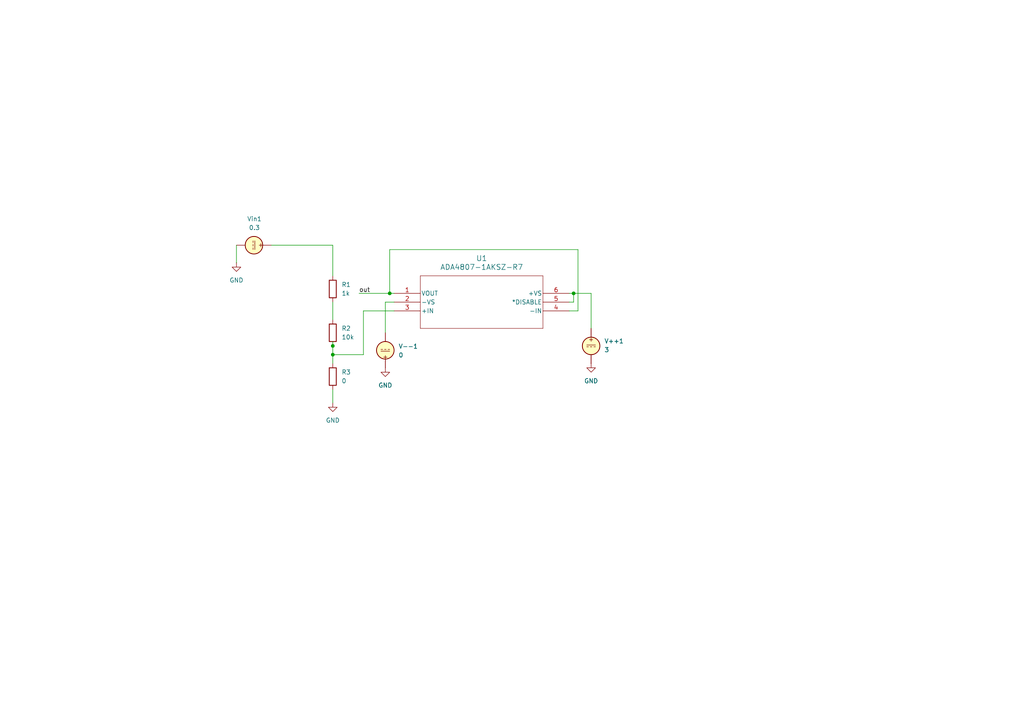
<source format=kicad_sch>
(kicad_sch (version 20231120) (generator "eeschema") (generator_version "8.0")
  (paper "A4")
  (lib_symbols
    (symbol "Device:R" (pin_numbers hide) (pin_names (offset 0))
      (property "Reference" "R" (at 2.032 0 90))
      (property "Value" "R" (at 0 0 90))
      (symbol "R_0_1"
        (rectangle (start -1.016 -2.54) (end 1.016 2.54) (stroke (width 0.254)))
      )
      (symbol "R_1_1"
        (pin passive line (at 0 3.81 270) (length 1.27) (name "~") (number "1"))
        (pin passive line (at 0 -3.81 90) (length 1.27) (name "~") (number "2"))
      )
    )
    (symbol "Opamp:ADA4807-1AKSZ-R7" (pin_names (offset 0.254))
      (property "Reference" "U" (at 25.4 10.16 0))
      (property "Value" "ADA4807-1AKSZ-R7" (at 25.4 7.62 0))
      (symbol "ADA4807-1AKSZ-R7_0_1"
        (polyline (pts (xy 7.62 -10.16) (xy 43.18 -10.16)) (stroke (width 0.127)))
        (polyline (pts (xy 7.62 5.08) (xy 7.62 -10.16)) (stroke (width 0.127)))
        (polyline (pts (xy 43.18 -10.16) (xy 43.18 5.08)) (stroke (width 0.127)))
        (polyline (pts (xy 43.18 5.08) (xy 7.62 5.08)) (stroke (width 0.127)))
        (pin power_in line (at 0 0 0) (length 7.62) (name "VOUT") (number "1"))
        (pin power_in line (at 0 -2.54 0) (length 7.62) (name "-VS") (number "2"))
        (pin input line (at 0 -5.08 0) (length 7.62) (name "+IN") (number "3"))
        (pin input line (at 50.8 -5.08 180) (length 7.62) (name "-IN") (number "4"))
        (pin unspecified line (at 50.8 -2.54 180) (length 7.62) (name "*DISABLE") (number "5"))
        (pin power_in line (at 50.8 0 180) (length 7.62) (name "+VS") (number "6"))
      )
    )
    (symbol "Simulation_SPICE:VDC" (pin_numbers hide) (pin_names (offset 0.0254))
      (property "Reference" "V" (at 2.54 2.54 0))
      (property "Value" "1" (at 2.54 0 0))
      (symbol "VDC_0_0"
        (polyline (pts (xy -1.27 0.254) (xy 1.27 0.254)))
        (polyline (pts (xy -0.762 -0.254) (xy -1.27 -0.254)))
        (polyline (pts (xy 0.254 -0.254) (xy -0.254 -0.254)))
        (polyline (pts (xy 1.27 -0.254) (xy 0.762 -0.254)))
        (text "+" (at 0 1.905 0) (effects (font (size 1.27 1.27))))
      )
      (symbol "VDC_0_1"
        (circle (center 0 0) (radius 2.54) (stroke (width 0.254)) (fill (type background)))
      )
      (symbol "VDC_1_1"
        (pin passive line (at 0 5.08 270) (length 2.54) (name "~") (number "1"))
        (pin passive line (at 0 -5.08 90) (length 2.54) (name "~") (number "2"))
      )
    )
    (symbol "power:GND" (power) (pin_numbers hide) (pin_names (offset 0) hide)
      (property "Value" "GND" (at 0 -3.81 0))
      (symbol "GND_0_1"
        (polyline (pts (xy 0 0) (xy 0 -1.27) (xy 1.27 -1.27) (xy 0 -2.54) (xy -1.27 -1.27) (xy 0 -1.27)))
      )
      (symbol "GND_1_1"
        (pin power_in line (at 0 0 270) (length 0) (name "~") (number "1"))
      )
    )
  )
  (junction (at 113.03 85.09))
  (junction (at 96.52 102.87))
  (junction (at 96.52 100.33))
  (junction (at 166.37 85.09))
  (wire (pts (xy 165.1 85.09) (xy 166.37 85.09)))
  (wire (pts (xy 111.76 96.52) (xy 111.76 87.63)))
  (wire (pts (xy 105.41 102.87) (xy 96.52 102.87)))
  (wire (pts (xy 96.52 71.12) (xy 96.52 80.01)))
  (wire (pts (xy 167.64 72.39) (xy 113.03 72.39)))
  (wire (pts (xy 167.64 90.17) (xy 167.64 72.39)))
  (wire (pts (xy 96.52 71.12) (xy 78.74 71.12)))
  (wire (pts (xy 111.76 87.63) (xy 114.3 87.63)))
  (wire (pts (xy 114.3 90.17) (xy 105.41 90.17)))
  (wire (pts (xy 96.52 113.03) (xy 96.52 116.84)))
  (wire (pts (xy 171.45 85.09) (xy 171.45 95.25)))
  (wire (pts (xy 166.37 85.09) (xy 166.37 87.63)))
  (wire (pts (xy 68.58 71.12) (xy 68.58 76.2)))
  (wire (pts (xy 104.14 85.09) (xy 113.03 85.09)))
  (wire (pts (xy 105.41 90.17) (xy 105.41 102.87)))
  (wire (pts (xy 166.37 85.09) (xy 171.45 85.09)))
  (wire (pts (xy 96.52 87.63) (xy 96.52 92.71)))
  (wire (pts (xy 165.1 87.63) (xy 166.37 87.63)))
  (wire (pts (xy 96.52 102.87) (xy 96.52 105.41)))
  (wire (pts (xy 96.52 100.33) (xy 96.52 102.87)))
  (wire (pts (xy 113.03 72.39) (xy 113.03 85.09)))
  (wire (pts (xy 113.03 85.09) (xy 114.3 85.09)))
  (wire (pts (xy 96.52 99.06) (xy 96.52 100.33)))
  (wire (pts (xy 165.1 90.17) (xy 167.64 90.17)))
  (label "out" (at 104.14 85.09 0))
  (symbol (lib_id "power:GND") (at 68.58 76.2 0) (unit 1)
    (property "Reference" "#PWR01" (effects (hide yes)))
    (property "Value" "GND" (at 68.58 81.28 0))
    (property "Description" "Power symbol creates a global label with name \"GND\" , ground" (effects (hide yes)))
  )
  (symbol (lib_id "Device:R") (at 96.52 96.52 0) (unit 1)
    (property "Reference" "R2" (at 99.06 95.2499 0) (effects (justify left)))
    (property "Value" "10k" (at 99.06 97.7899 0) (effects (justify left)))
    (property "Description" "Resistor" (effects (hide yes)))
  )
  (symbol (lib_id "Device:R") (at 96.52 83.82 0) (unit 1)
    (property "Reference" "R1" (at 99.06 82.5499 0) (effects (justify left)))
    (property "Value" "1k" (at 99.06 85.0899 0) (effects (justify left)))
    (property "Description" "Resistor" (effects (hide yes)))
  )
  (symbol (lib_id "Simulation_SPICE:VDC") (at 171.45 100.33 0) (unit 1)
    (property "Reference" "V++1" (at 175.26 98.9301 0) (effects (justify left)))
    (property "Value" "3" (at 175.26 101.4701 0) (effects (justify left)))
    (property "Datasheet" "https://ngspice.sourceforge.io/docs/ngspice-html-manual/manual.xhtml#sec_Independent_Sources_for" (effects (hide yes)))
    (property "Description" "Voltage source, DC" (effects (hide yes)))
    (property "Sim.Pins" "1=+ 2=-" (effects (hide yes)))
    (property "Sim.Type" "DC" (effects (hide yes)))
    (property "Sim.Device" "V" (effects (hide yes)))
  )
  (symbol (lib_id "Simulation_SPICE:VDC") (at 111.76 101.6 180) (unit 1)
    (property "Reference" "V--1" (at 115.57 100.4597 0) (effects (justify right)))
    (property "Value" "0" (at 115.57 102.9997 0) (effects (justify right)))
    (property "Datasheet" "https://ngspice.sourceforge.io/docs/ngspice-html-manual/manual.xhtml#sec_Independent_Sources_for" (effects (hide yes)))
    (property "Description" "Voltage source, DC" (effects (hide yes)))
    (property "Sim.Pins" "1=+ 2=-" (effects (hide yes)))
    (property "Sim.Type" "DC" (effects (hide yes)))
    (property "Sim.Device" "V" (effects (hide yes)))
    (instances (project "opamp1_pot_low" (path "" (reference "V--1") (unit 1))) (project "Opamp" (path "" (reference "V--?") (unit 1))))
  )
  (symbol (lib_id "power:GND") (at 96.52 116.84 0) (unit 1)
    (property "Reference" "#PWR04" (effects (hide yes)))
    (property "Value" "GND" (at 96.52 121.92 0))
    (property "Description" "Power symbol creates a global label with name \"GND\" , ground" (effects (hide yes)))
  )
  (symbol (lib_id "Device:R") (at 96.52 109.22 0) (unit 1)
    (property "Reference" "R3" (at 99.06 107.9499 0) (effects (justify left)))
    (property "Value" "0" (at 99.06 110.4899 0) (effects (justify left)))
    (property "Description" "Resistor" (effects (hide yes)))
  )
  (symbol (lib_id "Simulation_SPICE:VDC") (at 73.66 71.12 270) (unit 1)
    (property "Reference" "Vin1" (at 73.7898 63.5 90))
    (property "Value" "0.3" (at 73.7898 66.04 90))
    (property "Datasheet" "https://ngspice.sourceforge.io/docs/ngspice-html-manual/manual.xhtml#sec_Independent_Sources_for" (effects (hide yes)))
    (property "Description" "Voltage source, DC" (effects (hide yes)))
    (property "Sim.Pins" "1=+ 2=-" (effects (hide yes)))
    (property "Sim.Type" "DC" (effects (hide yes)))
    (property "Sim.Device" "V" (effects (hide yes)))
    (instances (project "opamp1_pot_low" (path "" (reference "Vin1") (unit 1))) (project "Opamp" (path "" (reference "Vin?") (unit 1))))
  )
  (symbol (lib_id "power:GND") (at 111.76 106.68 0) (unit 1)
    (property "Reference" "#PWR02" (effects (hide yes)))
    (property "Value" "GND" (at 111.76 111.76 0))
    (property "Description" "Power symbol creates a global label with name \"GND\" , ground" (effects (hide yes)))
  )
  (symbol (lib_id "Opamp:ADA4807-1AKSZ-R7") (at 114.3 85.09 0) (unit 1)
    (property "Reference" "U1" (at 139.7 74.93 0) (effects (font (size 1.524 1.524))))
    (property "Value" "ADA4807-1AKSZ-R7" (at 139.7 77.47 0) (effects (font (size 1.524 1.524))))
    (property "Footprint" "KS-6_ADI" (effects (hide yes)))
    (property "Datasheet" "ADA4807-1AKSZ-R7" (effects (hide yes)))
    (property "Sim.Library" "/home/maxwell/github-repos/sp-24-EE628/6_Test/2_PCB/test_board_1/TestBoardEDA/models/ADA4807.cir" (effects (hide yes)))
    (property "Sim.Name" "ADA4807" (effects (hide yes)))
    (property "Sim.Device" "SUBCKT" (effects (hide yes)))
    (property "Sim.Pins" "1=104 2=103 3=100 4=101 5=106 6=102" (effects (hide yes)))
  )
  (symbol (lib_id "power:GND") (at 171.45 105.41 0) (unit 1)
    (property "Reference" "#PWR03" (effects (hide yes)))
    (property "Value" "GND" (at 171.45 110.49 0))
    (property "Description" "Power symbol creates a global label with name \"GND\" , ground" (effects (hide yes)))
  )
)
</source>
